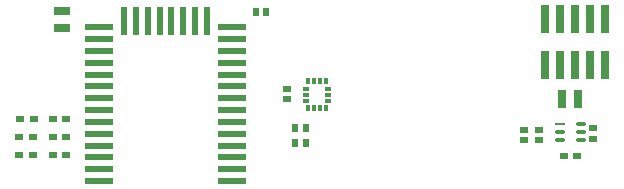
<source format=gbr>
%TF.GenerationSoftware,Altium Limited,Altium Designer,23.6.0 (18)*%
G04 Layer_Color=8421504*
%FSLAX45Y45*%
%MOMM*%
%TF.SameCoordinates,DE65B9CC-D9CF-42CD-B8C9-10693606ABAB*%
%TF.FilePolarity,Positive*%
%TF.FileFunction,Paste,Top*%
%TF.Part,Single*%
G01*
G75*
%TA.AperFunction,ConnectorPad*%
%ADD10R,2.40000X0.60000*%
%ADD11R,0.60000X2.40000*%
%TA.AperFunction,SMDPad,CuDef*%
%ADD12R,0.75000X0.60000*%
%TA.AperFunction,ConnectorPad*%
%ADD13R,1.40000X0.75000*%
%ADD14R,0.75000X2.40000*%
%TA.AperFunction,SMDPad,CuDef*%
%ADD15R,0.65000X1.60000*%
G04:AMPARAMS|DCode=16|XSize=0.86535mm|YSize=0.29247mm|CornerRadius=0.14624mm|HoleSize=0mm|Usage=FLASHONLY|Rotation=0.000|XOffset=0mm|YOffset=0mm|HoleType=Round|Shape=RoundedRectangle|*
%AMROUNDEDRECTD16*
21,1,0.86535,0.00000,0,0,0.0*
21,1,0.57288,0.29247,0,0,0.0*
1,1,0.29247,0.28644,0.00000*
1,1,0.29247,-0.28644,0.00000*
1,1,0.29247,-0.28644,0.00000*
1,1,0.29247,0.28644,0.00000*
%
%ADD16ROUNDEDRECTD16*%
%ADD17R,0.86535X0.29247*%
%ADD18R,0.60000X0.64000*%
%ADD19R,0.64000X0.60000*%
%TA.AperFunction,NonConductor*%
%ADD39R,0.52922X0.30422*%
%ADD40R,0.52922X0.30422*%
%ADD41R,0.30422X0.52922*%
%ADD42R,0.30422X0.52922*%
D10*
X3460900Y2495000D02*
D03*
Y2595000D02*
D03*
Y2695000D02*
D03*
Y2795000D02*
D03*
Y2895000D02*
D03*
Y2995000D02*
D03*
Y3095000D02*
D03*
Y3195000D02*
D03*
Y3295000D02*
D03*
Y3395000D02*
D03*
Y3495000D02*
D03*
Y3595000D02*
D03*
Y3695000D02*
D03*
Y3795000D02*
D03*
X4590900D02*
D03*
Y3695000D02*
D03*
Y3595000D02*
D03*
Y3495000D02*
D03*
Y3395000D02*
D03*
Y3295000D02*
D03*
Y3195000D02*
D03*
Y3095000D02*
D03*
Y2995000D02*
D03*
Y2895000D02*
D03*
Y2795000D02*
D03*
Y2695000D02*
D03*
Y2595000D02*
D03*
Y2495000D02*
D03*
D11*
X3675900Y3845000D02*
D03*
X3775900D02*
D03*
X3875900D02*
D03*
X3975900D02*
D03*
X4075900D02*
D03*
X4175900D02*
D03*
X4275900D02*
D03*
X4375900D02*
D03*
D12*
X2908300Y3015900D02*
D03*
X2793300D02*
D03*
X3071459Y3015900D02*
D03*
X3186459D02*
D03*
X2902300Y2870200D02*
D03*
X2787300D02*
D03*
X3071459D02*
D03*
X3186459D02*
D03*
X2902300Y2717800D02*
D03*
X2787300D02*
D03*
X3071459D02*
D03*
X3186459D02*
D03*
X7397400Y2705100D02*
D03*
X7512400D02*
D03*
D13*
X3149600Y3788300D02*
D03*
Y3933300D02*
D03*
D14*
X7747000Y3869800D02*
D03*
X7620000D02*
D03*
X7493000D02*
D03*
X7366000D02*
D03*
X7239000D02*
D03*
X7747000Y3479800D02*
D03*
X7620000D02*
D03*
X7493000D02*
D03*
X7366000D02*
D03*
X7239000D02*
D03*
D15*
X7378700Y3187700D02*
D03*
X7513700D02*
D03*
D16*
X7543800Y2974800D02*
D03*
Y2909800D02*
D03*
Y2844800D02*
D03*
X7363087D02*
D03*
Y2909800D02*
D03*
D17*
Y2974800D02*
D03*
D18*
X5124900Y2946400D02*
D03*
X5212900D02*
D03*
X4788800Y3924300D02*
D03*
X4876800D02*
D03*
X5212900Y2819400D02*
D03*
X5124900D02*
D03*
D19*
X7645400Y2851600D02*
D03*
Y2939600D02*
D03*
X5054600Y3275700D02*
D03*
Y3187700D02*
D03*
X7061200Y2926900D02*
D03*
Y2838900D02*
D03*
X7188200Y2926900D02*
D03*
Y2838900D02*
D03*
D39*
X5399850Y3275800D02*
D03*
Y3175800D02*
D03*
X5217350D02*
D03*
Y3275800D02*
D03*
D40*
X5399844Y3225798D02*
D03*
X5217344D02*
D03*
D41*
X5383600Y3109550D02*
D03*
X5233600D02*
D03*
Y3342050D02*
D03*
X5383600D02*
D03*
D42*
X5333594Y3109549D02*
D03*
X5283594D02*
D03*
Y3342048D02*
D03*
X5333594D02*
D03*
%TF.MD5,e66d802cebfe035abbfebe1ecc24e755*%
M02*

</source>
